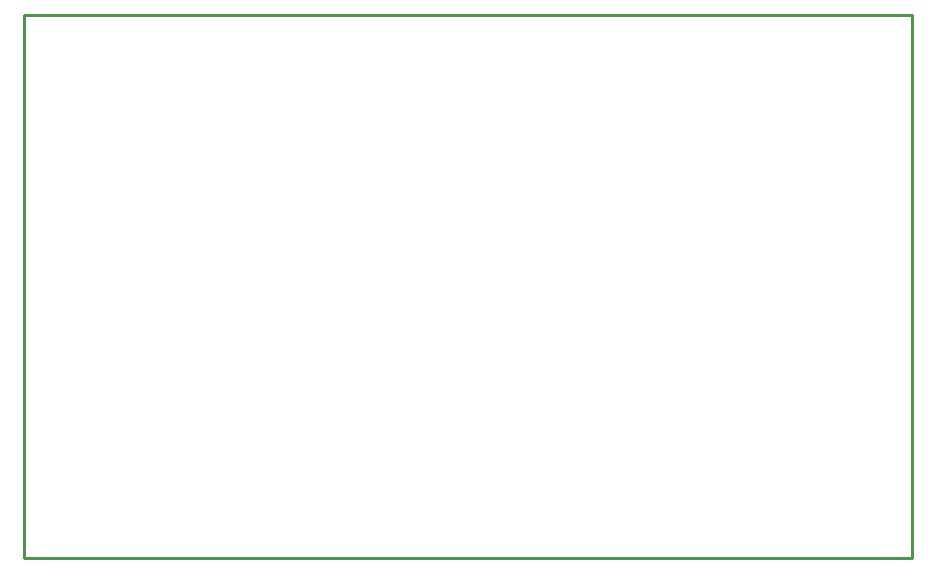
<source format=gko>
G04*
G04 #@! TF.GenerationSoftware,Altium Limited,Altium Designer,20.2.7 (254)*
G04*
G04 Layer_Color=16711935*
%FSLAX24Y24*%
%MOIN*%
G70*
G04*
G04 #@! TF.SameCoordinates,4CE69676-7648-4ED1-8A92-EA0B7AD9E3AE*
G04*
G04*
G04 #@! TF.FilePolarity,Positive*
G04*
G01*
G75*
%ADD17C,0.0100*%
D17*
X19846Y35775D02*
Y37175D01*
X49446D01*
Y19075D02*
Y37175D01*
X19846Y19075D02*
X49446D01*
X19846D02*
Y35775D01*
M02*

</source>
